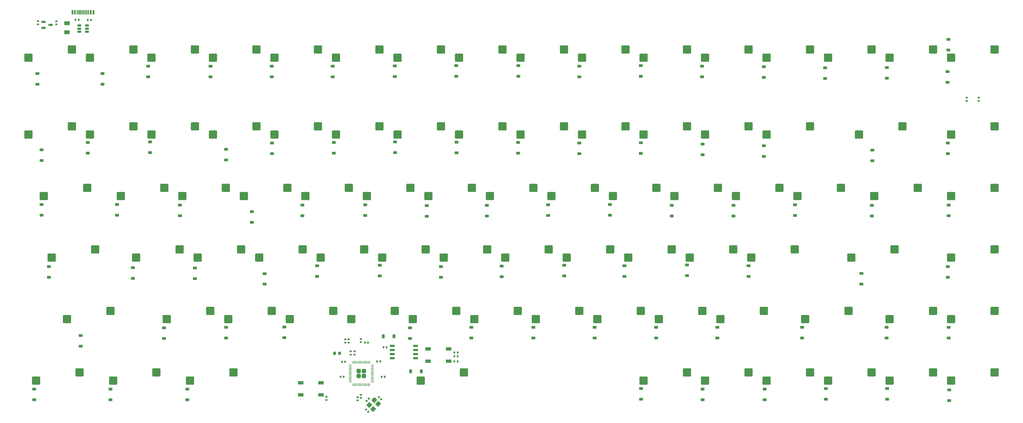
<source format=gbr>
%TF.GenerationSoftware,KiCad,Pcbnew,7.0.6*%
%TF.CreationDate,2023-09-16T15:03:50-04:00*%
%TF.ProjectId,ze-keyboard,7a652d6b-6579-4626-9f61-72642e6b6963,rev?*%
%TF.SameCoordinates,Original*%
%TF.FileFunction,Paste,Bot*%
%TF.FilePolarity,Positive*%
%FSLAX46Y46*%
G04 Gerber Fmt 4.6, Leading zero omitted, Abs format (unit mm)*
G04 Created by KiCad (PCBNEW 7.0.6) date 2023-09-16 15:03:50*
%MOMM*%
%LPD*%
G01*
G04 APERTURE LIST*
G04 Aperture macros list*
%AMRoundRect*
0 Rectangle with rounded corners*
0 $1 Rounding radius*
0 $2 $3 $4 $5 $6 $7 $8 $9 X,Y pos of 4 corners*
0 Add a 4 corners polygon primitive as box body*
4,1,4,$2,$3,$4,$5,$6,$7,$8,$9,$2,$3,0*
0 Add four circle primitives for the rounded corners*
1,1,$1+$1,$2,$3*
1,1,$1+$1,$4,$5*
1,1,$1+$1,$6,$7*
1,1,$1+$1,$8,$9*
0 Add four rect primitives between the rounded corners*
20,1,$1+$1,$2,$3,$4,$5,0*
20,1,$1+$1,$4,$5,$6,$7,0*
20,1,$1+$1,$6,$7,$8,$9,0*
20,1,$1+$1,$8,$9,$2,$3,0*%
%AMRotRect*
0 Rectangle, with rotation*
0 The origin of the aperture is its center*
0 $1 length*
0 $2 width*
0 $3 Rotation angle, in degrees counterclockwise*
0 Add horizontal line*
21,1,$1,$2,0,0,$3*%
G04 Aperture macros list end*
%ADD10RoundRect,0.140000X0.140000X0.170000X-0.140000X0.170000X-0.140000X-0.170000X0.140000X-0.170000X0*%
%ADD11RoundRect,0.225000X0.225000X0.375000X-0.225000X0.375000X-0.225000X-0.375000X0.225000X-0.375000X0*%
%ADD12RoundRect,0.250000X1.025000X1.000000X-1.025000X1.000000X-1.025000X-1.000000X1.025000X-1.000000X0*%
%ADD13RoundRect,0.140000X-0.170000X0.140000X-0.170000X-0.140000X0.170000X-0.140000X0.170000X0.140000X0*%
%ADD14RoundRect,0.225000X0.375000X-0.225000X0.375000X0.225000X-0.375000X0.225000X-0.375000X-0.225000X0*%
%ADD15R,1.700000X1.000000*%
%ADD16RoundRect,0.225000X-0.225000X-0.375000X0.225000X-0.375000X0.225000X0.375000X-0.225000X0.375000X0*%
%ADD17RoundRect,0.140000X-0.140000X-0.170000X0.140000X-0.170000X0.140000X0.170000X-0.140000X0.170000X0*%
%ADD18RoundRect,0.135000X-0.185000X0.135000X-0.185000X-0.135000X0.185000X-0.135000X0.185000X0.135000X0*%
%ADD19RoundRect,0.135000X-0.135000X-0.185000X0.135000X-0.185000X0.135000X0.185000X-0.135000X0.185000X0*%
%ADD20RoundRect,0.135000X0.135000X0.185000X-0.135000X0.185000X-0.135000X-0.185000X0.135000X-0.185000X0*%
%ADD21RoundRect,0.250000X-0.625000X0.375000X-0.625000X-0.375000X0.625000X-0.375000X0.625000X0.375000X0*%
%ADD22RoundRect,0.135000X0.035355X-0.226274X0.226274X-0.035355X-0.035355X0.226274X-0.226274X0.035355X0*%
%ADD23RoundRect,0.140000X-0.219203X-0.021213X-0.021213X-0.219203X0.219203X0.021213X0.021213X0.219203X0*%
%ADD24R,0.600000X1.450000*%
%ADD25R,0.300000X1.450000*%
%ADD26RotRect,1.400000X1.200000X45.000000*%
%ADD27RoundRect,0.135000X0.185000X-0.135000X0.185000X0.135000X-0.185000X0.135000X-0.185000X-0.135000X0*%
%ADD28RoundRect,0.225000X0.225000X0.250000X-0.225000X0.250000X-0.225000X-0.250000X0.225000X-0.250000X0*%
%ADD29RoundRect,0.225000X-0.375000X0.225000X-0.375000X-0.225000X0.375000X-0.225000X0.375000X0.225000X0*%
%ADD30RoundRect,0.140000X0.170000X-0.140000X0.170000X0.140000X-0.170000X0.140000X-0.170000X-0.140000X0*%
%ADD31RoundRect,0.150000X0.650000X0.150000X-0.650000X0.150000X-0.650000X-0.150000X0.650000X-0.150000X0*%
%ADD32RoundRect,0.150000X-0.512500X-0.150000X0.512500X-0.150000X0.512500X0.150000X-0.512500X0.150000X0*%
%ADD33RoundRect,0.150000X0.475000X0.150000X-0.475000X0.150000X-0.475000X-0.150000X0.475000X-0.150000X0*%
%ADD34RoundRect,0.140000X0.219203X0.021213X0.021213X0.219203X-0.219203X-0.021213X-0.021213X-0.219203X0*%
%ADD35RoundRect,0.249999X0.395001X0.395001X-0.395001X0.395001X-0.395001X-0.395001X0.395001X-0.395001X0*%
%ADD36RoundRect,0.050000X0.387500X0.050000X-0.387500X0.050000X-0.387500X-0.050000X0.387500X-0.050000X0*%
%ADD37RoundRect,0.050000X0.050000X0.387500X-0.050000X0.387500X-0.050000X-0.387500X0.050000X-0.387500X0*%
G04 APERTURE END LIST*
D10*
%TO.C,C5*%
X168885000Y-139325000D03*
X167925000Y-139325000D03*
%TD*%
D11*
%TO.C,D65*%
X184450000Y-126800000D03*
X181150000Y-126800000D03*
%TD*%
D12*
%TO.C,MX42*%
X271265000Y-83372500D03*
X284715000Y-80832500D03*
%TD*%
D13*
%TO.C,C2*%
X173125000Y-145620000D03*
X173125000Y-146580000D03*
%TD*%
D14*
%TO.C,D57*%
X275200000Y-108000000D03*
X275200000Y-104700000D03*
%TD*%
%TO.C,D33*%
X98700000Y-89300000D03*
X98700000Y-86000000D03*
%TD*%
D12*
%TO.C,MX20*%
X128390000Y-64322500D03*
X141840000Y-61782500D03*
%TD*%
%TO.C,MX51*%
X161727500Y-102422500D03*
X175177500Y-99882500D03*
%TD*%
D15*
%TO.C,SW1*%
X201350000Y-130700000D03*
X195050000Y-130700000D03*
X201350000Y-134500000D03*
X195050000Y-134500000D03*
%TD*%
D14*
%TO.C,D84*%
X356400000Y-146650000D03*
X356400000Y-143350000D03*
%TD*%
D12*
%TO.C,MX37*%
X176015000Y-83372500D03*
X189465000Y-80832500D03*
%TD*%
D14*
%TO.C,D42*%
X270450000Y-89500000D03*
X270450000Y-86200000D03*
%TD*%
%TO.C,D73*%
X337000000Y-127250000D03*
X337000000Y-123950000D03*
%TD*%
D12*
%TO.C,MX14*%
X318890000Y-40510000D03*
X332340000Y-37970000D03*
%TD*%
D16*
%TO.C,D78*%
X189550000Y-137600000D03*
X192850000Y-137600000D03*
%TD*%
D12*
%TO.C,MX44*%
X309365000Y-83372500D03*
X322815000Y-80832500D03*
%TD*%
D14*
%TO.C,D56*%
X255800000Y-108250000D03*
X255800000Y-104950000D03*
%TD*%
D12*
%TO.C,MX35*%
X137915000Y-83372500D03*
X151365000Y-80832500D03*
%TD*%
%TO.C,MX80*%
X280790000Y-140522500D03*
X294240000Y-137982500D03*
%TD*%
D17*
%TO.C,C13*%
X175460000Y-128690000D03*
X176420000Y-128690000D03*
%TD*%
D14*
%TO.C,D25*%
X222850000Y-70070000D03*
X222850000Y-66770000D03*
%TD*%
D18*
%TO.C,R11*%
X361800000Y-52890000D03*
X361800000Y-53910000D03*
%TD*%
D14*
%TO.C,D24*%
X203840000Y-70000000D03*
X203840000Y-66700000D03*
%TD*%
D12*
%TO.C,MX71*%
X285552500Y-121472500D03*
X299002500Y-118932500D03*
%TD*%
%TO.C,MX41*%
X252215000Y-83372500D03*
X265665000Y-80832500D03*
%TD*%
D14*
%TO.C,D26*%
X241830000Y-70217500D03*
X241830000Y-66917500D03*
%TD*%
%TO.C,D11*%
X260850000Y-46250000D03*
X260850000Y-42950000D03*
%TD*%
%TO.C,D2*%
X94150000Y-48700000D03*
X94150000Y-45400000D03*
%TD*%
D12*
%TO.C,MX57*%
X276027500Y-102422500D03*
X289477500Y-99882500D03*
%TD*%
D19*
%TO.C,R5*%
X203115000Y-132950000D03*
X204135000Y-132950000D03*
%TD*%
D20*
%TO.C,R3*%
X204135000Y-131750000D03*
X203115000Y-131750000D03*
%TD*%
D14*
%TO.C,D48*%
X103600000Y-108850000D03*
X103600000Y-105550000D03*
%TD*%
D12*
%TO.C,MX76*%
X97433750Y-140522500D03*
X110883750Y-137982500D03*
%TD*%
%TO.C,MX27*%
X261740000Y-64322500D03*
X275190000Y-61782500D03*
%TD*%
%TO.C,MX81*%
X299840000Y-140522500D03*
X313290000Y-137982500D03*
%TD*%
%TO.C,MX66*%
X190302500Y-121472500D03*
X203752500Y-118932500D03*
%TD*%
%TO.C,MX4*%
X128390000Y-40510000D03*
X141840000Y-37970000D03*
%TD*%
%TO.C,MX64*%
X152202500Y-121472500D03*
X165652500Y-118932500D03*
%TD*%
D14*
%TO.C,D66*%
X189400000Y-127450000D03*
X189400000Y-124150000D03*
%TD*%
%TO.C,D34*%
X118100000Y-89450000D03*
X118100000Y-86150000D03*
%TD*%
D12*
%TO.C,MX45*%
X333177500Y-83372500D03*
X346627500Y-80832500D03*
%TD*%
D15*
%TO.C,SW2*%
X161824000Y-141138000D03*
X155524000Y-141138000D03*
X161824000Y-144938000D03*
X155524000Y-144938000D03*
%TD*%
D21*
%TO.C,F1*%
X83125000Y-29800000D03*
X83125000Y-32600000D03*
%TD*%
D14*
%TO.C,D8*%
X203700000Y-46300000D03*
X203700000Y-43000000D03*
%TD*%
D22*
%TO.C,R8*%
X175939376Y-146785624D03*
X176660624Y-146064376D03*
%TD*%
D14*
%TO.C,D58*%
X294200000Y-108250000D03*
X294200000Y-104950000D03*
%TD*%
%TO.C,D7*%
X184700000Y-46350000D03*
X184700000Y-43050000D03*
%TD*%
%TO.C,D4*%
X127600000Y-46400000D03*
X127600000Y-43100000D03*
%TD*%
D12*
%TO.C,MX77*%
X121246250Y-140522500D03*
X134696250Y-137982500D03*
%TD*%
D19*
%TO.C,R6*%
X203115000Y-134550000D03*
X204135000Y-134550000D03*
%TD*%
D20*
%TO.C,R9*%
X90585000Y-28850000D03*
X89565000Y-28850000D03*
%TD*%
D23*
%TO.C,C12*%
X179796246Y-145564933D03*
X180475068Y-146243755D03*
%TD*%
D12*
%TO.C,MX22*%
X166490000Y-64322500D03*
X179940000Y-61782500D03*
%TD*%
D14*
%TO.C,D50*%
X144400000Y-110650000D03*
X144400000Y-107350000D03*
%TD*%
D12*
%TO.C,MX46*%
X356990000Y-83372500D03*
X370440000Y-80832500D03*
%TD*%
D14*
%TO.C,D10*%
X241850000Y-46400000D03*
X241850000Y-43100000D03*
%TD*%
%TO.C,D63*%
X132400000Y-127250000D03*
X132400000Y-123950000D03*
%TD*%
%TO.C,D61*%
X87400000Y-129850000D03*
X87400000Y-126550000D03*
%TD*%
%TO.C,D23*%
X184770000Y-69920000D03*
X184770000Y-66620000D03*
%TD*%
D12*
%TO.C,MX84*%
X356990000Y-140522500D03*
X370440000Y-137982500D03*
%TD*%
%TO.C,MX23*%
X185540000Y-64322500D03*
X198990000Y-61782500D03*
%TD*%
%TO.C,MX79*%
X261740000Y-140522500D03*
X275190000Y-137982500D03*
%TD*%
D18*
%TO.C,R12*%
X365506000Y-52830000D03*
X365506000Y-53850000D03*
%TD*%
D12*
%TO.C,MX70*%
X266502500Y-121472500D03*
X279952500Y-118932500D03*
%TD*%
D14*
%TO.C,D27*%
X260900000Y-70150000D03*
X260900000Y-66850000D03*
%TD*%
D12*
%TO.C,MX17*%
X71240000Y-64322500D03*
X84690000Y-61782500D03*
%TD*%
%TO.C,MX21*%
X147440000Y-64322500D03*
X160890000Y-61782500D03*
%TD*%
D17*
%TO.C,C7*%
X179200000Y-134530000D03*
X180160000Y-134530000D03*
%TD*%
D12*
%TO.C,MX54*%
X218877500Y-102422500D03*
X232327500Y-99882500D03*
%TD*%
D24*
%TO.C,J2*%
X84850000Y-26435000D03*
X85650000Y-26435000D03*
D25*
X86850000Y-26435000D03*
X87850000Y-26435000D03*
X88350000Y-26435000D03*
X89350000Y-26435000D03*
D24*
X90550000Y-26435000D03*
X91350000Y-26435000D03*
X91350000Y-26435000D03*
X90550000Y-26435000D03*
D25*
X89850000Y-26435000D03*
X88850000Y-26435000D03*
X87350000Y-26435000D03*
X86350000Y-26435000D03*
D24*
X85650000Y-26435000D03*
X84850000Y-26435000D03*
%TD*%
D26*
%TO.C,Y1*%
X176781142Y-148056777D03*
X178336777Y-146501142D03*
X179538858Y-147703223D03*
X177983223Y-149258858D03*
%TD*%
D12*
%TO.C,MX39*%
X214115000Y-83372500D03*
X227565000Y-80832500D03*
%TD*%
%TO.C,MX6*%
X166490000Y-40510000D03*
X179940000Y-37970000D03*
%TD*%
%TO.C,MX47*%
X78440000Y-102422500D03*
X91890000Y-99882500D03*
%TD*%
D14*
%TO.C,D37*%
X175500000Y-89350000D03*
X175500000Y-86050000D03*
%TD*%
D27*
%TO.C,R4*%
X163525000Y-146510000D03*
X163525000Y-145490000D03*
%TD*%
D12*
%TO.C,MX68*%
X228402500Y-121472500D03*
X241852500Y-118932500D03*
%TD*%
%TO.C,MX83*%
X337940000Y-140522500D03*
X351390000Y-137982500D03*
%TD*%
D14*
%TO.C,D14*%
X317950000Y-46900000D03*
X317950000Y-43600000D03*
%TD*%
D12*
%TO.C,MX5*%
X147440000Y-40510000D03*
X160890000Y-37970000D03*
%TD*%
%TO.C,MX19*%
X109340000Y-64322500D03*
X122790000Y-61782500D03*
%TD*%
D14*
%TO.C,D19*%
X108870000Y-69920000D03*
X108870000Y-66620000D03*
%TD*%
D12*
%TO.C,MX82*%
X318890000Y-140522500D03*
X332340000Y-137982500D03*
%TD*%
D14*
%TO.C,D72*%
X310800000Y-127250000D03*
X310800000Y-123950000D03*
%TD*%
D28*
%TO.C,C3*%
X167565000Y-132010000D03*
X166015000Y-132010000D03*
%TD*%
D14*
%TO.C,D81*%
X299200000Y-146450000D03*
X299200000Y-143150000D03*
%TD*%
D12*
%TO.C,MX12*%
X280790000Y-40510000D03*
X294240000Y-37970000D03*
%TD*%
%TO.C,MX8*%
X204590000Y-40510000D03*
X218040000Y-37970000D03*
%TD*%
%TO.C,MX50*%
X142677500Y-102422500D03*
X156127500Y-99882500D03*
%TD*%
D14*
%TO.C,D38*%
X194600000Y-89650000D03*
X194600000Y-86350000D03*
%TD*%
%TO.C,D39*%
X213200000Y-89550000D03*
X213200000Y-86250000D03*
%TD*%
%TO.C,D28*%
X280050000Y-70550000D03*
X280050000Y-67250000D03*
%TD*%
D12*
%TO.C,MX52*%
X180777500Y-102422500D03*
X194227500Y-99882500D03*
%TD*%
%TO.C,MX34*%
X118865000Y-83372500D03*
X132315000Y-80832500D03*
%TD*%
D14*
%TO.C,D77*%
X120400000Y-146450000D03*
X120400000Y-143150000D03*
%TD*%
D12*
%TO.C,MX62*%
X114102500Y-121472500D03*
X127552500Y-118932500D03*
%TD*%
D14*
%TO.C,D52*%
X180000000Y-108050000D03*
X180000000Y-104750000D03*
%TD*%
%TO.C,D36*%
X156100000Y-89450000D03*
X156100000Y-86150000D03*
%TD*%
D12*
%TO.C,MX53*%
X199827500Y-102422500D03*
X213277500Y-99882500D03*
%TD*%
D14*
%TO.C,D59*%
X329200000Y-110600000D03*
X329200000Y-107300000D03*
%TD*%
D12*
%TO.C,MX69*%
X247452500Y-121472500D03*
X260902500Y-118932500D03*
%TD*%
%TO.C,MX49*%
X123627500Y-102422500D03*
X137077500Y-99882500D03*
%TD*%
D14*
%TO.C,D75*%
X73000000Y-146450000D03*
X73000000Y-143150000D03*
%TD*%
D29*
%TO.C,D16*%
X356100000Y-34850000D03*
X356100000Y-38150000D03*
%TD*%
D12*
%TO.C,MX1*%
X71240000Y-40510000D03*
X84690000Y-37970000D03*
%TD*%
D14*
%TO.C,D53*%
X199000000Y-108450000D03*
X199000000Y-105150000D03*
%TD*%
%TO.C,D18*%
X89590000Y-70027500D03*
X89590000Y-66727500D03*
%TD*%
%TO.C,D55*%
X237200000Y-108050000D03*
X237200000Y-104750000D03*
%TD*%
%TO.C,D79*%
X261000000Y-146250000D03*
X261000000Y-142950000D03*
%TD*%
D12*
%TO.C,MX74*%
X356990000Y-121472500D03*
X370440000Y-118932500D03*
%TD*%
%TO.C,MX72*%
X311746250Y-121472500D03*
X325196250Y-118932500D03*
%TD*%
D14*
%TO.C,D1*%
X74050000Y-48750000D03*
X74050000Y-45450000D03*
%TD*%
%TO.C,D9*%
X222950000Y-46300000D03*
X222950000Y-43000000D03*
%TD*%
%TO.C,D44*%
X308600000Y-89350000D03*
X308600000Y-86050000D03*
%TD*%
%TO.C,D80*%
X280000000Y-146450000D03*
X280000000Y-143150000D03*
%TD*%
%TO.C,D51*%
X160600000Y-108250000D03*
X160600000Y-104950000D03*
%TD*%
D12*
%TO.C,MX15*%
X337940000Y-40510000D03*
X351390000Y-37970000D03*
%TD*%
%TO.C,MX67*%
X209352500Y-121472500D03*
X222802500Y-118932500D03*
%TD*%
D14*
%TO.C,D85*%
X355900000Y-48150000D03*
X355900000Y-44850000D03*
%TD*%
D12*
%TO.C,MX63*%
X133152500Y-121472500D03*
X146602500Y-118932500D03*
%TD*%
%TO.C,MX30*%
X328415000Y-64322500D03*
X341865000Y-61782500D03*
%TD*%
D14*
%TO.C,D20*%
X132460000Y-72150000D03*
X132460000Y-68850000D03*
%TD*%
%TO.C,D64*%
X150510000Y-127170000D03*
X150510000Y-123870000D03*
%TD*%
%TO.C,D35*%
X140400000Y-91450000D03*
X140400000Y-88150000D03*
%TD*%
D12*
%TO.C,MX31*%
X356990000Y-64322500D03*
X370440000Y-61782500D03*
%TD*%
%TO.C,MX43*%
X290315000Y-83372500D03*
X303765000Y-80832500D03*
%TD*%
D13*
%TO.C,C15*%
X174205000Y-144870000D03*
X174205000Y-145830000D03*
%TD*%
D14*
%TO.C,D3*%
X108350000Y-46400000D03*
X108350000Y-43100000D03*
%TD*%
%TO.C,D43*%
X289550000Y-89500000D03*
X289550000Y-86200000D03*
%TD*%
D30*
%TO.C,C16*%
X174150000Y-128580000D03*
X174150000Y-127620000D03*
%TD*%
D12*
%TO.C,MX36*%
X156965000Y-83372500D03*
X170415000Y-80832500D03*
%TD*%
D10*
%TO.C,C4*%
X169310000Y-134625000D03*
X168350000Y-134625000D03*
%TD*%
D27*
%TO.C,R2*%
X169327000Y-128753000D03*
X169327000Y-127733000D03*
%TD*%
D31*
%TO.C,U3*%
X191130000Y-129755000D03*
X191130000Y-131025000D03*
X191130000Y-132295000D03*
X191130000Y-133565000D03*
X183930000Y-133565000D03*
X183930000Y-132295000D03*
X183930000Y-131025000D03*
X183930000Y-129755000D03*
%TD*%
D14*
%TO.C,D21*%
X146690000Y-70237500D03*
X146690000Y-66937500D03*
%TD*%
D12*
%TO.C,MX38*%
X195065000Y-83372500D03*
X208515000Y-80832500D03*
%TD*%
%TO.C,MX11*%
X261740000Y-40510000D03*
X275190000Y-37970000D03*
%TD*%
%TO.C,MX75*%
X73621250Y-140522500D03*
X87071250Y-137982500D03*
%TD*%
%TO.C,MX78*%
X192683750Y-140522500D03*
X206133750Y-137982500D03*
%TD*%
D14*
%TO.C,D47*%
X77600000Y-108450000D03*
X77600000Y-105150000D03*
%TD*%
D12*
%TO.C,MX2*%
X90290000Y-40510000D03*
X103740000Y-37970000D03*
%TD*%
%TO.C,MX24*%
X204590000Y-64322500D03*
X218040000Y-61782500D03*
%TD*%
D14*
%TO.C,D22*%
X165770000Y-70050000D03*
X165770000Y-66750000D03*
%TD*%
%TO.C,D30*%
X332600000Y-72400000D03*
X332600000Y-69100000D03*
%TD*%
D12*
%TO.C,MX33*%
X99815000Y-83372500D03*
X113265000Y-80832500D03*
%TD*%
D14*
%TO.C,D40*%
X232150000Y-89350000D03*
X232150000Y-86050000D03*
%TD*%
D32*
%TO.C,U1*%
X75842500Y-31300000D03*
X75842500Y-29400000D03*
X78117500Y-30350000D03*
%TD*%
D12*
%TO.C,MX16*%
X356990000Y-40510000D03*
X370440000Y-37970000D03*
%TD*%
D14*
%TO.C,D70*%
X265600000Y-127250000D03*
X265600000Y-123950000D03*
%TD*%
D12*
%TO.C,MX3*%
X109340000Y-40510000D03*
X122790000Y-37970000D03*
%TD*%
%TO.C,MX58*%
X295077500Y-102422500D03*
X308527500Y-99882500D03*
%TD*%
D14*
%TO.C,D60*%
X356000000Y-108450000D03*
X356000000Y-105150000D03*
%TD*%
D33*
%TO.C,U4*%
X89307500Y-30550000D03*
X89307500Y-31500000D03*
X89307500Y-32450000D03*
X86957500Y-32450000D03*
X86957500Y-31500000D03*
X86957500Y-30550000D03*
%TD*%
D14*
%TO.C,D46*%
X356250000Y-89450000D03*
X356250000Y-86150000D03*
%TD*%
D13*
%TO.C,C8*%
X79880000Y-29220000D03*
X79880000Y-30180000D03*
%TD*%
D12*
%TO.C,MX56*%
X256977500Y-102422500D03*
X270427500Y-99882500D03*
%TD*%
D14*
%TO.C,D82*%
X318200000Y-146250000D03*
X318200000Y-142950000D03*
%TD*%
D30*
%TO.C,C14*%
X171080000Y-132430000D03*
X171080000Y-131470000D03*
%TD*%
D12*
%TO.C,MX48*%
X104577500Y-102422500D03*
X118027500Y-99882500D03*
%TD*%
D14*
%TO.C,D31*%
X356000000Y-70250000D03*
X356000000Y-66950000D03*
%TD*%
%TO.C,D12*%
X279850000Y-46400000D03*
X279850000Y-43100000D03*
%TD*%
%TO.C,D41*%
X251350000Y-89300000D03*
X251350000Y-86000000D03*
%TD*%
D12*
%TO.C,MX10*%
X242690000Y-40510000D03*
X256140000Y-37970000D03*
%TD*%
%TO.C,MX25*%
X223640000Y-64322500D03*
X237090000Y-61782500D03*
%TD*%
%TO.C,MX18*%
X90290000Y-64322500D03*
X103740000Y-61782500D03*
%TD*%
D34*
%TO.C,C10*%
X176439411Y-150139411D03*
X175760589Y-149460589D03*
%TD*%
D14*
%TO.C,D13*%
X299000000Y-46600000D03*
X299000000Y-43300000D03*
%TD*%
D12*
%TO.C,MX13*%
X299840000Y-40510000D03*
X313290000Y-37970000D03*
%TD*%
D30*
%TO.C,C9*%
X74230000Y-30155000D03*
X74230000Y-29195000D03*
%TD*%
D14*
%TO.C,D15*%
X337100000Y-46850000D03*
X337100000Y-43550000D03*
%TD*%
D12*
%TO.C,MX7*%
X185540000Y-40510000D03*
X198990000Y-37970000D03*
%TD*%
%TO.C,MX40*%
X233165000Y-83372500D03*
X246615000Y-80832500D03*
%TD*%
D14*
%TO.C,D49*%
X122800000Y-108900000D03*
X122800000Y-105600000D03*
%TD*%
D12*
%TO.C,MX26*%
X242690000Y-64322500D03*
X256140000Y-61782500D03*
%TD*%
D14*
%TO.C,D71*%
X284600000Y-127250000D03*
X284600000Y-123950000D03*
%TD*%
D10*
%TO.C,C11*%
X182180000Y-130160000D03*
X181220000Y-130160000D03*
%TD*%
D35*
%TO.C,U2*%
X175127000Y-139093000D03*
X175127000Y-137493000D03*
X173527000Y-139093000D03*
X173527000Y-137493000D03*
D36*
X177764500Y-135693000D03*
X177764500Y-136093000D03*
X177764500Y-136493000D03*
X177764500Y-136893000D03*
X177764500Y-137293000D03*
X177764500Y-137693000D03*
X177764500Y-138093000D03*
X177764500Y-138493000D03*
X177764500Y-138893000D03*
X177764500Y-139293000D03*
X177764500Y-139693000D03*
X177764500Y-140093000D03*
X177764500Y-140493000D03*
X177764500Y-140893000D03*
D37*
X176927000Y-141730500D03*
X176527000Y-141730500D03*
X176127000Y-141730500D03*
X175727000Y-141730500D03*
X175327000Y-141730500D03*
X174927000Y-141730500D03*
X174527000Y-141730500D03*
X174127000Y-141730500D03*
X173727000Y-141730500D03*
X173327000Y-141730500D03*
X172927000Y-141730500D03*
X172527000Y-141730500D03*
X172127000Y-141730500D03*
X171727000Y-141730500D03*
D36*
X170889500Y-140893000D03*
X170889500Y-140493000D03*
X170889500Y-140093000D03*
X170889500Y-139693000D03*
X170889500Y-139293000D03*
X170889500Y-138893000D03*
X170889500Y-138493000D03*
X170889500Y-138093000D03*
X170889500Y-137693000D03*
X170889500Y-137293000D03*
X170889500Y-136893000D03*
X170889500Y-136493000D03*
X170889500Y-136093000D03*
X170889500Y-135693000D03*
D37*
X171727000Y-134855500D03*
X172127000Y-134855500D03*
X172527000Y-134855500D03*
X172927000Y-134855500D03*
X173327000Y-134855500D03*
X173727000Y-134855500D03*
X174127000Y-134855500D03*
X174527000Y-134855500D03*
X174927000Y-134855500D03*
X175327000Y-134855500D03*
X175727000Y-134855500D03*
X176127000Y-134855500D03*
X176527000Y-134855500D03*
X176927000Y-134855500D03*
%TD*%
D17*
%TO.C,C6*%
X180590000Y-139300000D03*
X181550000Y-139300000D03*
%TD*%
D14*
%TO.C,D62*%
X113200000Y-127450000D03*
X113200000Y-124150000D03*
%TD*%
%TO.C,D32*%
X75300000Y-89250000D03*
X75300000Y-85950000D03*
%TD*%
D30*
%TO.C,C1*%
X172255000Y-132430000D03*
X172255000Y-131470000D03*
%TD*%
D12*
%TO.C,MX32*%
X76002500Y-83372500D03*
X89452500Y-80832500D03*
%TD*%
D27*
%TO.C,R1*%
X170352000Y-128728000D03*
X170352000Y-127708000D03*
%TD*%
D12*
%TO.C,MX29*%
X299840000Y-64322500D03*
X313290000Y-61782500D03*
%TD*%
D14*
%TO.C,D6*%
X165500000Y-46400000D03*
X165500000Y-43100000D03*
%TD*%
D12*
%TO.C,MX9*%
X223640000Y-40510000D03*
X237090000Y-37970000D03*
%TD*%
D20*
%TO.C,R7*%
X86810000Y-28775000D03*
X85790000Y-28775000D03*
%TD*%
D12*
%TO.C,MX61*%
X83146250Y-121472500D03*
X96596250Y-118932500D03*
%TD*%
%TO.C,MX73*%
X337940000Y-121472500D03*
X351390000Y-118932500D03*
%TD*%
D14*
%TO.C,D5*%
X146550000Y-46400000D03*
X146550000Y-43100000D03*
%TD*%
D12*
%TO.C,MX65*%
X171252500Y-121472500D03*
X184702500Y-118932500D03*
%TD*%
D14*
%TO.C,D68*%
X227600000Y-127250000D03*
X227600000Y-123950000D03*
%TD*%
D12*
%TO.C,MX60*%
X356990000Y-102422500D03*
X370440000Y-99882500D03*
%TD*%
D14*
%TO.C,D74*%
X356200000Y-127250000D03*
X356200000Y-123950000D03*
%TD*%
%TO.C,D54*%
X217800000Y-108300000D03*
X217800000Y-105000000D03*
%TD*%
D12*
%TO.C,MX55*%
X237927500Y-102422500D03*
X251377500Y-99882500D03*
%TD*%
%TO.C,MX59*%
X326033750Y-102422500D03*
X339483750Y-99882500D03*
%TD*%
D14*
%TO.C,D67*%
X208400000Y-127250000D03*
X208400000Y-123950000D03*
%TD*%
%TO.C,D29*%
X298950000Y-71050000D03*
X298950000Y-67750000D03*
%TD*%
%TO.C,D83*%
X337200000Y-146250000D03*
X337200000Y-142950000D03*
%TD*%
%TO.C,D45*%
X332400000Y-89550000D03*
X332400000Y-86250000D03*
%TD*%
D12*
%TO.C,MX28*%
X280790000Y-64322500D03*
X294240000Y-61782500D03*
%TD*%
D14*
%TO.C,D76*%
X96600000Y-146450000D03*
X96600000Y-143150000D03*
%TD*%
%TO.C,D69*%
X246600000Y-127250000D03*
X246600000Y-123950000D03*
%TD*%
%TO.C,D17*%
X75250000Y-72350000D03*
X75250000Y-69050000D03*
%TD*%
M02*

</source>
